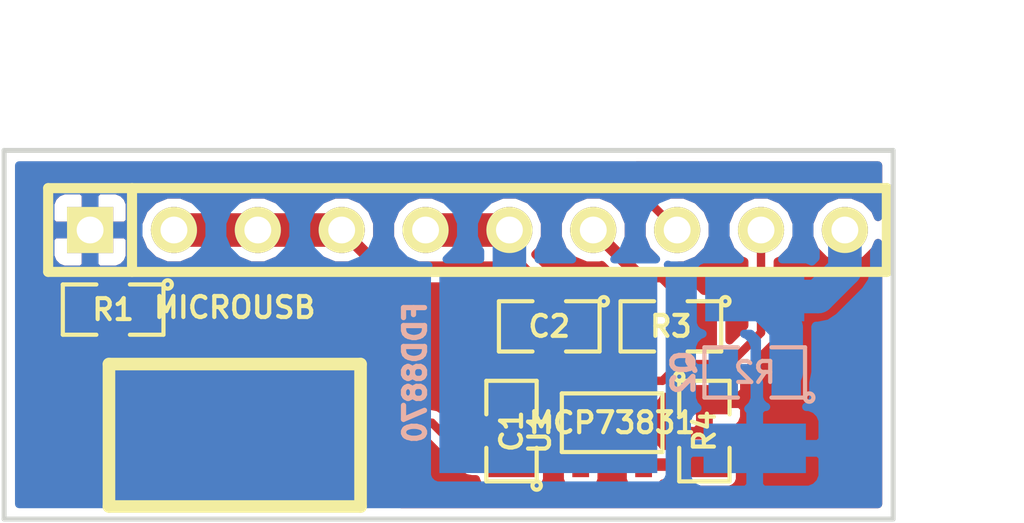
<source format=kicad_pcb>
(kicad_pcb (version 3) (host pcbnew "(2013-feb-26)-stable")

  (general
    (links 23)
    (no_connects 1)
    (area 53.707156 17.323999 157.977476 98.692844)
    (thickness 1.6002)
    (drawings 6)
    (tracks 40)
    (zones 0)
    (modules 10)
    (nets 10)
  )

  (page A4)
  (layers
    (15 F.Cu signal)
    (0 B.Cu signal)
    (16 B.Adhes user hide)
    (17 F.Adhes user hide)
    (18 B.Paste user hide)
    (19 F.Paste user hide)
    (20 B.SilkS user hide)
    (21 F.SilkS user)
    (22 B.Mask user hide)
    (23 F.Mask user)
    (24 Dwgs.User user)
    (25 Cmts.User user hide)
    (26 Eco1.User user hide)
    (27 Eco2.User user hide)
    (28 Edge.Cuts user)
  )

  (setup
    (last_trace_width 0.254)
    (user_trace_width 0.254)
    (user_trace_width 0.381)
    (trace_clearance 0.254)
    (zone_clearance 0.254)
    (zone_45_only yes)
    (trace_min 0.254)
    (segment_width 0.2)
    (edge_width 0.15)
    (via_size 0.889)
    (via_drill 0.635)
    (via_min_size 0.889)
    (via_min_drill 0.508)
    (uvia_size 0.508)
    (uvia_drill 0.127)
    (uvias_allowed no)
    (uvia_min_size 0.508)
    (uvia_min_drill 0.127)
    (pcb_text_width 0.3)
    (pcb_text_size 1 1)
    (mod_edge_width 0.15)
    (mod_text_size 1 1)
    (mod_text_width 0.15)
    (pad_size 0.39878 1.34874)
    (pad_drill 0)
    (pad_to_mask_clearance 0)
    (aux_axis_origin 0 0)
    (visible_elements FFFFFFBF)
    (pcbplotparams
      (layerselection 3178497)
      (usegerberextensions true)
      (excludeedgelayer true)
      (linewidth 152400)
      (plotframeref false)
      (viasonmask false)
      (mode 1)
      (useauxorigin false)
      (hpglpennumber 1)
      (hpglpenspeed 20)
      (hpglpendiameter 15)
      (hpglpenoverlay 2)
      (psnegative false)
      (psa4output false)
      (plotreference true)
      (plotvalue true)
      (plotothertext true)
      (plotinvisibletext false)
      (padsonsilk false)
      (subtractmaskfromsilk false)
      (outputformat 1)
      (mirror false)
      (drillshape 1)
      (scaleselection 1)
      (outputdirectory ""))
  )

  (net 0 "")
  (net 1 /Atomizer+)
  (net 2 /Atomizer-)
  (net 3 /FireLED+)
  (net 4 /Switch-)
  (net 5 /chgLED+)
  (net 6 /chgLED-)
  (net 7 GND)
  (net 8 N-000004)
  (net 9 N-000009)

  (net_class Default "This is the default net class."
    (clearance 0.254)
    (trace_width 0.254)
    (via_dia 0.889)
    (via_drill 0.635)
    (uvia_dia 0.508)
    (uvia_drill 0.127)
    (add_net "")
    (add_net /FireLED+)
    (add_net /chgLED+)
    (add_net /chgLED-)
    (add_net N-000004)
    (add_net N-000009)
  )

  (net_class "Low Power" ""
    (clearance 0.254)
    (trace_width 0.508)
    (via_dia 0.889)
    (via_drill 0.635)
    (uvia_dia 0.508)
    (uvia_drill 0.127)
  )

  (net_class Power ""
    (clearance 0.127)
    (trace_width 1.016)
    (via_dia 0.889)
    (via_drill 0.635)
    (uvia_dia 0.508)
    (uvia_drill 0.127)
    (add_net /Atomizer+)
    (add_net /Atomizer-)
    (add_net /Switch-)
    (add_net GND)
  )

  (module USBmicro (layer F.Cu) (tedit 514DD906) (tstamp 514F5029)
    (at 131.953 79.121)
    (path /512B1101)
    (fp_text reference J1 (at 0 -10.2997) (layer F.SilkS) hide
      (effects (font (size 1.524 1.524) (thickness 0.3048)))
    )
    (fp_text value MICROUSB (at 0 -6.2865) (layer F.SilkS)
      (effects (font (size 0.635 0.635) (thickness 0.127)))
    )
    (fp_line (start -3.81 -4.572) (end -3.81 -0.254) (layer F.SilkS) (width 0.381))
    (fp_line (start 3.81 -4.572) (end 3.81 -0.254) (layer F.SilkS) (width 0.381))
    (fp_line (start 3.81 -4.572) (end -3.81 -4.572) (layer F.SilkS) (width 0.381))
    (fp_line (start -3.81 -0.254) (end 3.81 -0.254) (layer F.SilkS) (width 0.381))
    (pad 3 smd rect (at 0 -4.12496) (size 0.39878 1.34874)
      (layers F.Cu F.Paste F.Mask)
      (clearance 0.12446)
    )
    (pad 5 smd rect (at 1.30048 -4.12496) (size 0.39878 1.34874)
      (layers F.Cu F.Paste F.Mask)
      (net 7 GND)
      (clearance 0.12446)
    )
    (pad 4 smd rect (at 0.65024 -4.12496) (size 0.39878 1.34874)
      (layers F.Cu F.Paste F.Mask)
      (clearance 0.12446)
    )
    (pad 2 smd rect (at -0.65024 -4.12496) (size 0.39878 1.34874)
      (layers F.Cu F.Paste F.Mask)
      (clearance 0.12446)
    )
    (pad 1 smd rect (at -1.30048 -4.12496) (size 0.39878 1.34874)
      (layers F.Cu F.Paste F.Mask)
      (net 9 N-000009)
      (clearance 0.12446)
    )
    (pad X smd rect (at -4.15036 -4.0005) (size 2.10058 1.6002)
      (layers F.Cu F.Paste F.Mask)
    )
    (pad X smd rect (at 4.15036 -4.0005) (size 2.10058 1.6002)
      (layers F.Cu F.Paste F.Mask)
    )
    (pad X smd rect (at -1.19888 -1.45034) (size 1.89992 1.89992)
      (layers F.Cu F.Paste F.Mask)
    )
    (pad X smd rect (at -3.74904 -1.45034) (size 1.89992 1.89992)
      (layers F.Cu F.Paste F.Mask)
    )
    (pad X smd rect (at 1.19888 -1.45034) (size 1.89992 1.89992)
      (layers F.Cu F.Paste F.Mask)
    )
    (pad X smd rect (at 3.74904 -1.45034) (size 1.89992 1.89992)
      (layers F.Cu F.Paste F.Mask)
    )
  )

  (module TO-252_Mosfet (layer B.Cu) (tedit 51506C2A) (tstamp 514F5030)
    (at 147.701 74.803 270)
    (path /513029D7)
    (fp_text reference Q2 (at 0 2.159 270) (layer B.SilkS)
      (effects (font (size 0.635 0.635) (thickness 0.15875)) (justify mirror))
    )
    (fp_text value FDD8870 (at 0 10.287 270) (layer B.SilkS)
      (effects (font (size 0.635 0.635) (thickness 0.15875)) (justify mirror))
    )
    (pad G smd rect (at -2.30124 0 270) (size 1.50114 2.99974)
      (layers B.Cu B.Paste B.Mask)
      (net 4 /Switch-)
    )
    (pad S smd rect (at 2.30124 0 270) (size 1.50114 3.0988)
      (layers B.Cu B.Paste B.Mask)
      (net 7 GND)
    )
    (pad D smd rect (at 0 6.25094 270) (size 6.10108 6.59892)
      (layers B.Cu B.Paste B.Mask)
      (net 2 /Atomizer-)
    )
  )

  (module SM0805 (layer F.Cu) (tedit 42806E04) (tstamp 514F5051)
    (at 145.161 73.406 180)
    (path /5133879A)
    (attr smd)
    (fp_text reference R3 (at 0 0 180) (layer F.SilkS)
      (effects (font (size 0.635 0.635) (thickness 0.127)))
    )
    (fp_text value 330 (at 0 0 180) (layer F.SilkS) hide
      (effects (font (size 0.635 0.635) (thickness 0.127)))
    )
    (fp_circle (center -1.651 0.762) (end -1.651 0.635) (layer F.SilkS) (width 0.127))
    (fp_line (start -0.508 0.762) (end -1.524 0.762) (layer F.SilkS) (width 0.127))
    (fp_line (start -1.524 0.762) (end -1.524 -0.762) (layer F.SilkS) (width 0.127))
    (fp_line (start -1.524 -0.762) (end -0.508 -0.762) (layer F.SilkS) (width 0.127))
    (fp_line (start 0.508 -0.762) (end 1.524 -0.762) (layer F.SilkS) (width 0.127))
    (fp_line (start 1.524 -0.762) (end 1.524 0.762) (layer F.SilkS) (width 0.127))
    (fp_line (start 1.524 0.762) (end 0.508 0.762) (layer F.SilkS) (width 0.127))
    (pad 1 smd rect (at -0.9525 0 180) (size 0.889 1.397)
      (layers F.Cu F.Paste F.Mask)
      (net 3 /FireLED+)
    )
    (pad 2 smd rect (at 0.9525 0 180) (size 0.889 1.397)
      (layers F.Cu F.Paste F.Mask)
      (net 1 /Atomizer+)
    )
    (model smd/chip_cms.wrl
      (at (xyz 0 0 0))
      (scale (xyz 0.1 0.1 0.1))
      (rotate (xyz 0 0 0))
    )
  )

  (module SM0805 (layer B.Cu) (tedit 42806E04) (tstamp 514F505E)
    (at 147.701 74.803 180)
    (path /5131879B)
    (attr smd)
    (fp_text reference R2 (at 0 0 180) (layer B.SilkS)
      (effects (font (size 0.635 0.635) (thickness 0.127)) (justify mirror))
    )
    (fp_text value 10K (at 0 0 180) (layer B.SilkS) hide
      (effects (font (size 0.635 0.635) (thickness 0.127)) (justify mirror))
    )
    (fp_circle (center -1.651 -0.762) (end -1.651 -0.635) (layer B.SilkS) (width 0.127))
    (fp_line (start -0.508 -0.762) (end -1.524 -0.762) (layer B.SilkS) (width 0.127))
    (fp_line (start -1.524 -0.762) (end -1.524 0.762) (layer B.SilkS) (width 0.127))
    (fp_line (start -1.524 0.762) (end -0.508 0.762) (layer B.SilkS) (width 0.127))
    (fp_line (start 0.508 0.762) (end 1.524 0.762) (layer B.SilkS) (width 0.127))
    (fp_line (start 1.524 0.762) (end 1.524 -0.762) (layer B.SilkS) (width 0.127))
    (fp_line (start 1.524 -0.762) (end 0.508 -0.762) (layer B.SilkS) (width 0.127))
    (pad 1 smd rect (at -0.9525 0 180) (size 0.889 1.397)
      (layers B.Cu B.Paste B.Mask)
      (net 4 /Switch-)
    )
    (pad 2 smd rect (at 0.9525 0 180) (size 0.889 1.397)
      (layers B.Cu B.Paste B.Mask)
      (net 7 GND)
    )
    (model smd/chip_cms.wrl
      (at (xyz 0 0 0))
      (scale (xyz 0.1 0.1 0.1))
      (rotate (xyz 0 0 0))
    )
  )

  (module SM0805 (layer F.Cu) (tedit 42806E04) (tstamp 514F519D)
    (at 141.478 73.406 180)
    (path /512B964A)
    (attr smd)
    (fp_text reference C2 (at 0 0 180) (layer F.SilkS)
      (effects (font (size 0.635 0.635) (thickness 0.127)))
    )
    (fp_text value 4.7uF (at 0 0 180) (layer F.SilkS) hide
      (effects (font (size 0.635 0.635) (thickness 0.127)))
    )
    (fp_circle (center -1.651 0.762) (end -1.651 0.635) (layer F.SilkS) (width 0.127))
    (fp_line (start -0.508 0.762) (end -1.524 0.762) (layer F.SilkS) (width 0.127))
    (fp_line (start -1.524 0.762) (end -1.524 -0.762) (layer F.SilkS) (width 0.127))
    (fp_line (start -1.524 -0.762) (end -0.508 -0.762) (layer F.SilkS) (width 0.127))
    (fp_line (start 0.508 -0.762) (end 1.524 -0.762) (layer F.SilkS) (width 0.127))
    (fp_line (start 1.524 -0.762) (end 1.524 0.762) (layer F.SilkS) (width 0.127))
    (fp_line (start 1.524 0.762) (end 0.508 0.762) (layer F.SilkS) (width 0.127))
    (pad 1 smd rect (at -0.9525 0 180) (size 0.889 1.397)
      (layers F.Cu F.Paste F.Mask)
      (net 1 /Atomizer+)
    )
    (pad 2 smd rect (at 0.9525 0 180) (size 0.889 1.397)
      (layers F.Cu F.Paste F.Mask)
      (net 7 GND)
    )
    (model smd/chip_cms.wrl
      (at (xyz 0 0 0))
      (scale (xyz 0.1 0.1 0.1))
      (rotate (xyz 0 0 0))
    )
  )

  (module SM0805 (layer F.Cu) (tedit 42806E04) (tstamp 5157D60F)
    (at 140.335 76.581 90)
    (path /512B9601)
    (attr smd)
    (fp_text reference C1 (at 0 0 90) (layer F.SilkS)
      (effects (font (size 0.635 0.635) (thickness 0.127)))
    )
    (fp_text value 4.7uF (at 0 0 90) (layer F.SilkS) hide
      (effects (font (size 0.635 0.635) (thickness 0.127)))
    )
    (fp_circle (center -1.651 0.762) (end -1.651 0.635) (layer F.SilkS) (width 0.127))
    (fp_line (start -0.508 0.762) (end -1.524 0.762) (layer F.SilkS) (width 0.127))
    (fp_line (start -1.524 0.762) (end -1.524 -0.762) (layer F.SilkS) (width 0.127))
    (fp_line (start -1.524 -0.762) (end -0.508 -0.762) (layer F.SilkS) (width 0.127))
    (fp_line (start 0.508 -0.762) (end 1.524 -0.762) (layer F.SilkS) (width 0.127))
    (fp_line (start 1.524 -0.762) (end 1.524 0.762) (layer F.SilkS) (width 0.127))
    (fp_line (start 1.524 0.762) (end 0.508 0.762) (layer F.SilkS) (width 0.127))
    (pad 1 smd rect (at -0.9525 0 90) (size 0.889 1.397)
      (layers F.Cu F.Paste F.Mask)
      (net 9 N-000009)
    )
    (pad 2 smd rect (at 0.9525 0 90) (size 0.889 1.397)
      (layers F.Cu F.Paste F.Mask)
      (net 7 GND)
    )
    (model smd/chip_cms.wrl
      (at (xyz 0 0 0))
      (scale (xyz 0.1 0.1 0.1))
      (rotate (xyz 0 0 0))
    )
  )

  (module SM0805 (layer F.Cu) (tedit 42806E04) (tstamp 514F518F)
    (at 128.27 72.898 180)
    (path /512B94C6)
    (attr smd)
    (fp_text reference R1 (at 0 0 180) (layer F.SilkS)
      (effects (font (size 0.635 0.635) (thickness 0.127)))
    )
    (fp_text value 330 (at 0 0 180) (layer F.SilkS) hide
      (effects (font (size 0.635 0.635) (thickness 0.127)))
    )
    (fp_circle (center -1.651 0.762) (end -1.651 0.635) (layer F.SilkS) (width 0.127))
    (fp_line (start -0.508 0.762) (end -1.524 0.762) (layer F.SilkS) (width 0.127))
    (fp_line (start -1.524 0.762) (end -1.524 -0.762) (layer F.SilkS) (width 0.127))
    (fp_line (start -1.524 -0.762) (end -0.508 -0.762) (layer F.SilkS) (width 0.127))
    (fp_line (start 0.508 -0.762) (end 1.524 -0.762) (layer F.SilkS) (width 0.127))
    (fp_line (start 1.524 -0.762) (end 1.524 0.762) (layer F.SilkS) (width 0.127))
    (fp_line (start 1.524 0.762) (end 0.508 0.762) (layer F.SilkS) (width 0.127))
    (pad 1 smd rect (at -0.9525 0 180) (size 0.889 1.397)
      (layers F.Cu F.Paste F.Mask)
      (net 9 N-000009)
    )
    (pad 2 smd rect (at 0.9525 0 180) (size 0.889 1.397)
      (layers F.Cu F.Paste F.Mask)
      (net 5 /chgLED+)
    )
    (model smd/chip_cms.wrl
      (at (xyz 0 0 0))
      (scale (xyz 0.1 0.1 0.1))
      (rotate (xyz 0 0 0))
    )
  )

  (module SIL-10 (layer F.Cu) (tedit 51506BE5) (tstamp 514F5098)
    (at 139.0015 70.485)
    (descr "Connecteur 10 pins")
    (tags "CONN DEV")
    (path /512AF536)
    (fp_text reference P1 (at -6.35 -2.54) (layer F.SilkS) hide
      (effects (font (size 1.72974 1.08712) (thickness 0.27178)))
    )
    (fp_text value CONN_10 (at 6.35 -2.54) (layer F.SilkS) hide
      (effects (font (size 1.524 1.016) (thickness 0.254)))
    )
    (fp_line (start -12.7 1.27) (end -12.7 -1.27) (layer F.SilkS) (width 0.3048))
    (fp_line (start -12.7 -1.27) (end 12.7 -1.27) (layer F.SilkS) (width 0.3048))
    (fp_line (start 12.7 -1.27) (end 12.7 1.27) (layer F.SilkS) (width 0.3048))
    (fp_line (start 12.7 1.27) (end -12.7 1.27) (layer F.SilkS) (width 0.3048))
    (fp_line (start -10.16 1.27) (end -10.16 -1.27) (layer F.SilkS) (width 0.3048))
    (pad 1 thru_hole rect (at -11.43 0) (size 1.397 1.397) (drill 0.8128)
      (layers *.Cu *.Mask F.SilkS)
      (net 7 GND)
    )
    (pad 2 thru_hole circle (at -8.89 0) (size 1.397 1.397) (drill 0.8128)
      (layers *.Cu *.Mask F.SilkS)
      (net 1 /Atomizer+)
    )
    (pad 3 thru_hole circle (at -6.35 0) (size 1.397 1.397) (drill 0.8128)
      (layers *.Cu *.Mask F.SilkS)
      (net 1 /Atomizer+)
    )
    (pad 4 thru_hole circle (at -3.81 0) (size 1.397 1.397) (drill 0.8128)
      (layers *.Cu *.Mask F.SilkS)
      (net 1 /Atomizer+)
    )
    (pad 5 thru_hole circle (at -1.27 0) (size 1.397 1.397) (drill 0.8128)
      (layers *.Cu *.Mask F.SilkS)
      (net 2 /Atomizer-)
    )
    (pad 6 thru_hole circle (at 1.27 0) (size 1.397 1.397) (drill 0.8128)
      (layers *.Cu *.Mask F.SilkS)
      (net 2 /Atomizer-)
    )
    (pad 7 thru_hole circle (at 3.81 0) (size 1.397 1.397) (drill 0.8128)
      (layers *.Cu *.Mask F.SilkS)
      (net 3 /FireLED+)
    )
    (pad 8 thru_hole circle (at 6.35 0) (size 1.397 1.397) (drill 0.8128)
      (layers *.Cu *.Mask F.SilkS)
      (net 5 /chgLED+)
    )
    (pad 9 thru_hole circle (at 8.89 0) (size 1.397 1.397) (drill 0.8128)
      (layers *.Cu *.Mask F.SilkS)
      (net 6 /chgLED-)
    )
    (pad 10 thru_hole circle (at 11.43 0) (size 1.397 1.397) (drill 0.8128)
      (layers *.Cu *.Mask F.SilkS)
      (net 4 /Switch-)
    )
  )

  (module SOT23-5 (layer F.Cu) (tedit 4ECF78EF) (tstamp 5157D61D)
    (at 143.383 76.327 180)
    (path /5151B767)
    (clearance 0.127)
    (attr smd)
    (fp_text reference U1 (at 2.19964 -0.29972 270) (layer F.SilkS)
      (effects (font (size 0.635 0.635) (thickness 0.127)))
    )
    (fp_text value MCP73831 (at 0 0 180) (layer F.SilkS)
      (effects (font (size 0.635 0.635) (thickness 0.127)))
    )
    (fp_line (start 1.524 -0.889) (end 1.524 0.889) (layer F.SilkS) (width 0.127))
    (fp_line (start 1.524 0.889) (end -1.524 0.889) (layer F.SilkS) (width 0.127))
    (fp_line (start -1.524 0.889) (end -1.524 -0.889) (layer F.SilkS) (width 0.127))
    (fp_line (start -1.524 -0.889) (end 1.524 -0.889) (layer F.SilkS) (width 0.127))
    (pad 1 smd rect (at -0.9525 1.27 180) (size 0.508 0.762)
      (layers F.Cu F.Paste F.Mask)
      (net 6 /chgLED-)
    )
    (pad 3 smd rect (at 0.9525 1.27 180) (size 0.508 0.762)
      (layers F.Cu F.Paste F.Mask)
      (net 1 /Atomizer+)
    )
    (pad 5 smd rect (at -0.9525 -1.27 180) (size 0.508 0.762)
      (layers F.Cu F.Paste F.Mask)
      (net 8 N-000004)
    )
    (pad 2 smd rect (at 0 1.27 180) (size 0.508 0.762)
      (layers F.Cu F.Paste F.Mask)
      (net 7 GND)
    )
    (pad 4 smd rect (at 0.9525 -1.27 180) (size 0.508 0.762)
      (layers F.Cu F.Paste F.Mask)
      (net 9 N-000009)
    )
    (model smd/SOT23_5.wrl
      (at (xyz 0 0 0))
      (scale (xyz 0.1 0.1 0.1))
      (rotate (xyz 0 0 0))
    )
  )

  (module SM0805 (layer F.Cu) (tedit 42806E04) (tstamp 5151C49F)
    (at 146.177 76.581 270)
    (path /5151C561)
    (attr smd)
    (fp_text reference R4 (at 0 0 270) (layer F.SilkS)
      (effects (font (size 0.635 0.635) (thickness 0.127)))
    )
    (fp_text value 2K (at 0 0 270) (layer F.SilkS) hide
      (effects (font (size 0.635 0.635) (thickness 0.127)))
    )
    (fp_circle (center -1.651 0.762) (end -1.651 0.635) (layer F.SilkS) (width 0.127))
    (fp_line (start -0.508 0.762) (end -1.524 0.762) (layer F.SilkS) (width 0.127))
    (fp_line (start -1.524 0.762) (end -1.524 -0.762) (layer F.SilkS) (width 0.127))
    (fp_line (start -1.524 -0.762) (end -0.508 -0.762) (layer F.SilkS) (width 0.127))
    (fp_line (start 0.508 -0.762) (end 1.524 -0.762) (layer F.SilkS) (width 0.127))
    (fp_line (start 1.524 -0.762) (end 1.524 0.762) (layer F.SilkS) (width 0.127))
    (fp_line (start 1.524 0.762) (end 0.508 0.762) (layer F.SilkS) (width 0.127))
    (pad 1 smd rect (at -0.9525 0 270) (size 0.889 1.397)
      (layers F.Cu F.Paste F.Mask)
      (net 7 GND)
    )
    (pad 2 smd rect (at 0.9525 0 270) (size 0.889 1.397)
      (layers F.Cu F.Paste F.Mask)
      (net 8 N-000004)
    )
    (model smd/chip_cms.wrl
      (at (xyz 0 0 0))
      (scale (xyz 0.1 0.1 0.1))
      (rotate (xyz 0 0 0))
    )
  )

  (dimension 26.924 (width 0.25) (layer Dwgs.User)
    (gr_text "1.0600 in" (at 138.43 64.786001) (layer Dwgs.User)
      (effects (font (size 1 1) (thickness 0.25)))
    )
    (feature1 (pts (xy 151.892 68.072) (xy 151.892 63.786001)))
    (feature2 (pts (xy 124.968 68.072) (xy 124.968 63.786001)))
    (crossbar (pts (xy 124.968 65.786001) (xy 151.892 65.786001)))
    (arrow1a (pts (xy 151.892 65.786001) (xy 150.765497 66.372421)))
    (arrow1b (pts (xy 151.892 65.786001) (xy 150.765497 65.199581)))
    (arrow2a (pts (xy 124.968 65.786001) (xy 126.094503 66.372421)))
    (arrow2b (pts (xy 124.968 65.786001) (xy 126.094503 65.199581)))
  )
  (dimension 11.176 (width 0.25) (layer Dwgs.User)
    (gr_text "0.4400 in" (at 154.161999 73.66 270) (layer Dwgs.User)
      (effects (font (size 1 1) (thickness 0.25)))
    )
    (feature1 (pts (xy 151.892 79.248) (xy 155.161999 79.248)))
    (feature2 (pts (xy 151.892 68.072) (xy 155.161999 68.072)))
    (crossbar (pts (xy 153.161999 68.072) (xy 153.161999 79.248)))
    (arrow1a (pts (xy 153.161999 79.248) (xy 152.575579 78.121497)))
    (arrow1b (pts (xy 153.161999 79.248) (xy 153.748419 78.121497)))
    (arrow2a (pts (xy 153.161999 68.072) (xy 152.575579 69.198503)))
    (arrow2b (pts (xy 153.161999 68.072) (xy 153.748419 69.198503)))
  )
  (gr_line (start 151.892 79.248) (end 124.968 79.248) (angle 90) (layer Edge.Cuts) (width 0.15))
  (gr_line (start 151.892 68.072) (end 151.892 79.248) (angle 90) (layer Edge.Cuts) (width 0.15))
  (gr_line (start 124.968 68.072) (end 151.892 68.072) (angle 90) (layer Edge.Cuts) (width 0.15))
  (gr_line (start 124.968 79.248) (end 124.968 68.072) (angle 90) (layer Edge.Cuts) (width 0.15))

  (segment (start 142.4305 73.406) (end 144.2085 73.406) (width 0.381) (layer F.Cu) (net 1))
  (segment (start 142.4305 75.057) (end 142.4305 73.406) (width 0.381) (layer F.Cu) (net 1))
  (segment (start 142.4305 73.406) (end 140.6525 71.628) (width 0.381) (layer F.Cu) (net 1) (tstamp 5157D653))
  (segment (start 140.6525 71.628) (end 136.3345 71.628) (width 0.381) (layer F.Cu) (net 1) (tstamp 5157D654))
  (segment (start 136.3345 71.628) (end 135.1915 70.485) (width 0.381) (layer F.Cu) (net 1) (tstamp 5157D656))
  (segment (start 130.1115 70.485) (end 132.6515 70.485) (width 1.016) (layer F.Cu) (net 1) (status 30))
  (segment (start 132.6515 70.485) (end 135.1915 70.485) (width 1.016) (layer F.Cu) (net 1) (tstamp 514F5329) (status 30))
  (segment (start 140.2715 70.485) (end 140.2715 73.62444) (width 1.016) (layer B.Cu) (net 2))
  (segment (start 140.2715 73.62444) (end 141.45006 74.803) (width 1.016) (layer B.Cu) (net 2) (tstamp 5157D8C8))
  (segment (start 137.7315 70.485) (end 138.938 70.485) (width 1.016) (layer F.Cu) (net 2) (status 30))
  (segment (start 138.938 70.485) (end 140.2715 70.485) (width 1.016) (layer F.Cu) (net 2) (tstamp 51505AAB) (status 30))
  (segment (start 146.1135 73.406) (end 146.1135 73.0885) (width 0.381) (layer F.Cu) (net 3))
  (segment (start 144.2085 71.882) (end 142.8115 70.485) (width 0.381) (layer F.Cu) (net 3) (tstamp 5157D667))
  (segment (start 144.907 71.882) (end 144.2085 71.882) (width 0.381) (layer F.Cu) (net 3) (tstamp 5157D666))
  (segment (start 146.1135 73.0885) (end 144.907 71.882) (width 0.381) (layer F.Cu) (net 3) (tstamp 5157D665))
  (segment (start 148.6535 74.803) (end 148.6535 73.45426) (width 1.016) (layer B.Cu) (net 4))
  (segment (start 148.6535 73.45426) (end 147.701 72.50176) (width 1.016) (layer B.Cu) (net 4) (tstamp 5157D8D3))
  (segment (start 150.4315 70.485) (end 150.4315 71.6915) (width 1.016) (layer B.Cu) (net 4))
  (segment (start 149.62124 72.50176) (end 147.701 72.50176) (width 1.016) (layer B.Cu) (net 4) (tstamp 5157D8D0))
  (segment (start 150.4315 71.6915) (end 149.62124 72.50176) (width 1.016) (layer B.Cu) (net 4) (tstamp 5157D8CD))
  (segment (start 127.3175 72.898) (end 126.619 72.898) (width 0.254) (layer F.Cu) (net 5))
  (segment (start 143.5735 68.707) (end 145.3515 70.485) (width 0.254) (layer F.Cu) (net 5) (tstamp 5157D4EF))
  (segment (start 126.492 68.707) (end 143.5735 68.707) (width 0.254) (layer F.Cu) (net 5) (tstamp 5157D4EA))
  (segment (start 125.603 69.596) (end 126.492 68.707) (width 0.254) (layer F.Cu) (net 5) (tstamp 5157D4E8))
  (segment (start 125.603 71.882) (end 125.603 69.596) (width 0.254) (layer F.Cu) (net 5) (tstamp 5157D4E4))
  (segment (start 126.619 72.898) (end 125.603 71.882) (width 0.254) (layer F.Cu) (net 5) (tstamp 5157D4DF))
  (segment (start 144.3355 75.057) (end 144.907 75.057) (width 0.254) (layer F.Cu) (net 6))
  (segment (start 147.8915 73.5965) (end 147.8915 70.485) (width 0.254) (layer F.Cu) (net 6) (tstamp 5157D710))
  (segment (start 146.939 74.549) (end 147.8915 73.5965) (width 0.254) (layer F.Cu) (net 6) (tstamp 5157D70F))
  (segment (start 145.415 74.549) (end 146.939 74.549) (width 0.254) (layer F.Cu) (net 6) (tstamp 5157D70E))
  (segment (start 144.907 75.057) (end 145.415 74.549) (width 0.254) (layer F.Cu) (net 6) (tstamp 5157D709))
  (segment (start 144.3355 77.597) (end 146.1135 77.597) (width 0.381) (layer F.Cu) (net 8))
  (segment (start 146.1135 77.597) (end 146.177 77.5335) (width 0.381) (layer F.Cu) (net 8) (tstamp 5157D66A))
  (segment (start 130.65252 74.99604) (end 130.65252 74.32802) (width 0.254) (layer F.Cu) (net 9))
  (segment (start 130.65252 74.32802) (end 129.2225 72.898) (width 0.254) (layer F.Cu) (net 9) (tstamp 5157D83F))
  (segment (start 130.65252 74.99604) (end 130.65252 75.91552) (width 0.254) (layer F.Cu) (net 9))
  (segment (start 139.1285 77.5335) (end 140.335 77.5335) (width 0.254) (layer F.Cu) (net 9) (tstamp 5157D83B))
  (segment (start 137.922 76.327) (end 139.1285 77.5335) (width 0.254) (layer F.Cu) (net 9) (tstamp 5157D838))
  (segment (start 131.064 76.327) (end 137.922 76.327) (width 0.254) (layer F.Cu) (net 9) (tstamp 5157D833))
  (segment (start 130.65252 75.91552) (end 131.064 76.327) (width 0.254) (layer F.Cu) (net 9) (tstamp 5157D830))

  (zone (net 7) (net_name GND) (layer F.Cu) (tstamp 5150476D) (hatch edge 0.508)
    (connect_pads (clearance 0.254))
    (min_thickness 0.254)
    (fill (arc_segments 16) (thermal_gap 0.381) (thermal_bridge_width 0.508))
    (polygon
      (pts
        (xy 151.638 78.994) (xy 125.222 78.994) (xy 125.222 68.326) (xy 151.638 68.326)
      )
    )
    (filled_polygon
      (pts
        (xy 151.436 78.792) (xy 147.383588 78.792) (xy 147.383588 76.173604) (xy 147.3835 75.8825) (xy 147.2565 75.7555)
        (xy 146.304 75.7555) (xy 146.304 76.454) (xy 146.431 76.581) (xy 146.774896 76.581088) (xy 146.976991 76.580912)
        (xy 147.163635 76.50341) (xy 147.306413 76.360383) (xy 147.383588 76.173604) (xy 147.383588 78.792) (xy 147.256566 78.792)
        (xy 147.256566 77.902547) (xy 147.256566 77.013547) (xy 147.198684 76.873463) (xy 147.091601 76.766192) (xy 146.951618 76.708066)
        (xy 146.800047 76.707934) (xy 146.05 76.707934) (xy 146.05 76.454) (xy 146.05 75.7555) (xy 145.0975 75.7555)
        (xy 144.9705 75.8825) (xy 144.970412 76.173604) (xy 145.047587 76.360383) (xy 145.190365 76.50341) (xy 145.377009 76.580912)
        (xy 145.579104 76.581088) (xy 145.923 76.581) (xy 146.05 76.454) (xy 146.05 76.707934) (xy 145.403047 76.707934)
        (xy 145.262963 76.765816) (xy 145.155692 76.872899) (xy 145.097566 77.012882) (xy 145.097555 77.0255) (xy 144.923029 77.0255)
        (xy 144.912684 77.000463) (xy 144.805601 76.893192) (xy 144.665618 76.835066) (xy 144.514047 76.834934) (xy 144.006047 76.834934)
        (xy 143.865963 76.892816) (xy 143.758692 76.999899) (xy 143.700566 77.139882) (xy 143.700434 77.291453) (xy 143.700434 78.053453)
        (xy 143.758316 78.193537) (xy 143.865399 78.300808) (xy 144.005382 78.358934) (xy 144.156953 78.359066) (xy 144.664953 78.359066)
        (xy 144.805037 78.301184) (xy 144.912308 78.194101) (xy 144.922938 78.1685) (xy 145.14497 78.1685) (xy 145.155316 78.193537)
        (xy 145.262399 78.300808) (xy 145.402382 78.358934) (xy 145.553953 78.359066) (xy 146.950953 78.359066) (xy 147.091037 78.301184)
        (xy 147.198308 78.194101) (xy 147.256434 78.054118) (xy 147.256566 77.902547) (xy 147.256566 78.792) (xy 143.065566 78.792)
        (xy 143.065566 77.902547) (xy 143.065566 77.140547) (xy 143.007684 77.000463) (xy 142.900601 76.893192) (xy 142.760618 76.835066)
        (xy 142.609047 76.834934) (xy 142.101047 76.834934) (xy 141.960963 76.892816) (xy 141.853692 76.999899) (xy 141.795566 77.139882)
        (xy 141.795434 77.291453) (xy 141.795434 78.053453) (xy 141.853316 78.193537) (xy 141.960399 78.300808) (xy 142.100382 78.358934)
        (xy 142.251953 78.359066) (xy 142.759953 78.359066) (xy 142.900037 78.301184) (xy 143.007308 78.194101) (xy 143.065434 78.054118)
        (xy 143.065566 77.902547) (xy 143.065566 78.792) (xy 141.541588 78.792) (xy 141.541588 76.173604) (xy 141.541588 75.083396)
        (xy 141.478088 74.929713) (xy 141.478088 74.003896) (xy 141.478 73.66) (xy 141.351 73.533) (xy 140.6525 73.533)
        (xy 140.6525 74.4855) (xy 140.7795 74.6125) (xy 141.070604 74.612588) (xy 141.257383 74.535413) (xy 141.40041 74.392635)
        (xy 141.477912 74.205991) (xy 141.478088 74.003896) (xy 141.478088 74.929713) (xy 141.464413 74.896617) (xy 141.321635 74.75359)
        (xy 141.134991 74.676088) (xy 140.932896 74.675912) (xy 140.589 74.676) (xy 140.462 74.803) (xy 140.462 75.5015)
        (xy 141.4145 75.5015) (xy 141.5415 75.3745) (xy 141.541588 75.083396) (xy 141.541588 76.173604) (xy 141.5415 75.8825)
        (xy 141.4145 75.7555) (xy 140.462 75.7555) (xy 140.462 76.454) (xy 140.589 76.581) (xy 140.932896 76.581088)
        (xy 141.134991 76.580912) (xy 141.321635 76.50341) (xy 141.464413 76.360383) (xy 141.541588 76.173604) (xy 141.541588 78.792)
        (xy 136.993377 78.792) (xy 137.032934 78.696738) (xy 137.033066 78.545167) (xy 137.033066 76.835) (xy 137.711579 76.835)
        (xy 138.769289 77.89271) (xy 138.76929 77.89271) (xy 138.87941 77.96629) (xy 138.934096 78.00283) (xy 138.934097 78.002831)
        (xy 139.1285 78.0415) (xy 139.255434 78.0415) (xy 139.255434 78.053453) (xy 139.313316 78.193537) (xy 139.420399 78.300808)
        (xy 139.560382 78.358934) (xy 139.711953 78.359066) (xy 141.108953 78.359066) (xy 141.249037 78.301184) (xy 141.356308 78.194101)
        (xy 141.414434 78.054118) (xy 141.414566 77.902547) (xy 141.414566 77.013547) (xy 141.356684 76.873463) (xy 141.249601 76.766192)
        (xy 141.109618 76.708066) (xy 140.958047 76.707934) (xy 140.3985 76.707934) (xy 140.3985 74.4855) (xy 140.3985 73.533)
        (xy 139.7 73.533) (xy 139.573 73.66) (xy 139.572912 74.003896) (xy 139.573088 74.205991) (xy 139.65059 74.392635)
        (xy 139.793617 74.535413) (xy 139.980396 74.612588) (xy 140.2715 74.6125) (xy 140.3985 74.4855) (xy 140.3985 76.707934)
        (xy 140.208 76.707934) (xy 140.208 76.454) (xy 140.208 75.7555) (xy 140.208 75.5015) (xy 140.208 74.803)
        (xy 140.081 74.676) (xy 139.737104 74.675912) (xy 139.535009 74.676088) (xy 139.348365 74.75359) (xy 139.205587 74.896617)
        (xy 139.128412 75.083396) (xy 139.1285 75.3745) (xy 139.2555 75.5015) (xy 140.208 75.5015) (xy 140.208 75.7555)
        (xy 139.2555 75.7555) (xy 139.1285 75.8825) (xy 139.128412 76.173604) (xy 139.205587 76.360383) (xy 139.348365 76.50341)
        (xy 139.535009 76.580912) (xy 139.737104 76.581088) (xy 140.081 76.581) (xy 140.208 76.454) (xy 140.208 76.707934)
        (xy 139.561047 76.707934) (xy 139.420963 76.765816) (xy 139.313692 76.872899) (xy 139.27632 76.962899) (xy 138.28121 75.96779)
        (xy 138.116403 75.857669) (xy 137.922 75.819) (xy 137.534716 75.819) (xy 137.534716 74.244947) (xy 137.476834 74.104863)
        (xy 137.369751 73.997592) (xy 137.229768 73.939466) (xy 137.078197 73.939334) (xy 134.977617 73.939334) (xy 134.837533 73.997216)
        (xy 134.730262 74.104299) (xy 134.672136 74.244282) (xy 134.672004 74.395853) (xy 134.672004 75.819) (xy 133.941224 75.819)
        (xy 133.960782 75.771901) (xy 133.960958 75.569806) (xy 133.960958 74.422274) (xy 133.960782 74.220179) (xy 133.88328 74.033535)
        (xy 133.740253 73.890757) (xy 133.553474 73.813582) (xy 133.480175 73.81367) (xy 133.353175 73.94067) (xy 133.353175 74.86904)
        (xy 133.83387 74.86904) (xy 133.96087 74.74204) (xy 133.960958 74.422274) (xy 133.960958 75.569806) (xy 133.96087 75.25004)
        (xy 133.83387 75.12304) (xy 133.353175 75.12304) (xy 133.353175 75.14304) (xy 133.183696 75.14304) (xy 133.183696 74.246217)
        (xy 133.153785 74.173827) (xy 133.153785 73.94067) (xy 133.026785 73.81367) (xy 132.953486 73.813582) (xy 132.766707 73.890757)
        (xy 132.716773 73.940604) (xy 132.328397 73.940604) (xy 132.27817 73.961357) (xy 132.228508 73.940736) (xy 132.076937 73.940604)
        (xy 131.678157 73.940604) (xy 131.62793 73.961357) (xy 131.578268 73.940736) (xy 131.426697 73.940604) (xy 131.027917 73.940604)
        (xy 130.996504 73.953583) (xy 130.048066 73.005145) (xy 130.048066 72.124047) (xy 129.990184 71.983963) (xy 129.883101 71.876692)
        (xy 129.743118 71.818566) (xy 129.591547 71.818434) (xy 128.778088 71.818434) (xy 128.778088 71.082896) (xy 128.778088 69.887104)
        (xy 128.777912 69.685009) (xy 128.70041 69.498365) (xy 128.557383 69.355587) (xy 128.370604 69.278412) (xy 127.8255 69.2785)
        (xy 127.6985 69.4055) (xy 127.6985 70.358) (xy 128.651 70.358) (xy 128.778 70.231) (xy 128.778088 69.887104)
        (xy 128.778088 71.082896) (xy 128.778 70.739) (xy 128.651 70.612) (xy 127.6985 70.612) (xy 127.6985 71.5645)
        (xy 127.8255 71.6915) (xy 128.370604 71.691588) (xy 128.557383 71.614413) (xy 128.70041 71.471635) (xy 128.777912 71.284991)
        (xy 128.778088 71.082896) (xy 128.778088 71.818434) (xy 128.702547 71.818434) (xy 128.562463 71.876316) (xy 128.455192 71.983399)
        (xy 128.397066 72.123382) (xy 128.396934 72.274953) (xy 128.396934 73.671953) (xy 128.454816 73.812037) (xy 128.561899 73.919308)
        (xy 128.610126 73.939334) (xy 127.92998 73.939334) (xy 127.977537 73.919684) (xy 128.084808 73.812601) (xy 128.142934 73.672618)
        (xy 128.143066 73.521047) (xy 128.143066 72.124047) (xy 128.085184 71.983963) (xy 127.978101 71.876692) (xy 127.838118 71.818566)
        (xy 127.686547 71.818434) (xy 127.4445 71.818434) (xy 127.4445 71.5645) (xy 127.4445 70.612) (xy 127.4445 70.358)
        (xy 127.4445 69.4055) (xy 127.3175 69.2785) (xy 126.772396 69.278412) (xy 126.585617 69.355587) (xy 126.44259 69.498365)
        (xy 126.365088 69.685009) (xy 126.364912 69.887104) (xy 126.365 70.231) (xy 126.492 70.358) (xy 127.4445 70.358)
        (xy 127.4445 70.612) (xy 126.492 70.612) (xy 126.365 70.739) (xy 126.364912 71.082896) (xy 126.365088 71.284991)
        (xy 126.44259 71.471635) (xy 126.585617 71.614413) (xy 126.772396 71.691588) (xy 127.3175 71.6915) (xy 127.4445 71.5645)
        (xy 127.4445 71.818434) (xy 126.797547 71.818434) (xy 126.657463 71.876316) (xy 126.550192 71.983399) (xy 126.51282 72.073399)
        (xy 126.111 71.671579) (xy 126.111 69.80642) (xy 126.70242 69.215) (xy 143.363079 69.215) (xy 144.314797 70.166717)
        (xy 144.272188 70.269332) (xy 144.271814 70.698784) (xy 144.435811 71.095688) (xy 144.650248 71.3105) (xy 144.445223 71.3105)
        (xy 143.874551 70.739827) (xy 143.890812 70.700668) (xy 143.891186 70.271216) (xy 143.727189 69.874312) (xy 143.423786 69.570379)
        (xy 143.027168 69.405688) (xy 142.597716 69.405314) (xy 142.200812 69.569311) (xy 141.896879 69.872714) (xy 141.732188 70.269332)
        (xy 141.731814 70.698784) (xy 141.895811 71.095688) (xy 142.199214 71.399621) (xy 142.595832 71.564312) (xy 143.025284 71.564686)
        (xy 143.066098 71.547821) (xy 143.804385 72.286108) (xy 143.804388 72.286112) (xy 143.864734 72.326434) (xy 143.688547 72.326434)
        (xy 143.548463 72.384316) (xy 143.441192 72.491399) (xy 143.383066 72.631382) (xy 143.382934 72.782953) (xy 143.382934 72.8345)
        (xy 143.256066 72.8345) (xy 143.256066 72.632047) (xy 143.198184 72.491963) (xy 143.091101 72.384692) (xy 142.951118 72.326566)
        (xy 142.799547 72.326434) (xy 142.159157 72.326434) (xy 141.057953 71.225229) (xy 141.186121 71.097286) (xy 141.350812 70.700668)
        (xy 141.351186 70.271216) (xy 141.187189 69.874312) (xy 140.883786 69.570379) (xy 140.487168 69.405688) (xy 140.057716 69.405314)
        (xy 139.660812 69.569311) (xy 139.634076 69.596) (xy 138.938 69.596) (xy 138.369362 69.596) (xy 138.343786 69.570379)
        (xy 137.947168 69.405688) (xy 137.517716 69.405314) (xy 137.120812 69.569311) (xy 136.816879 69.872714) (xy 136.652188 70.269332)
        (xy 136.651814 70.698784) (xy 136.799618 71.0565) (xy 136.571223 71.0565) (xy 136.254551 70.739827) (xy 136.270812 70.700668)
        (xy 136.271186 70.271216) (xy 136.107189 69.874312) (xy 135.803786 69.570379) (xy 135.407168 69.405688) (xy 134.977716 69.405314)
        (xy 134.580812 69.569311) (xy 134.554076 69.596) (xy 133.289362 69.596) (xy 133.263786 69.570379) (xy 132.867168 69.405688)
        (xy 132.437716 69.405314) (xy 132.040812 69.569311) (xy 132.014076 69.596) (xy 130.749362 69.596) (xy 130.723786 69.570379)
        (xy 130.327168 69.405688) (xy 129.897716 69.405314) (xy 129.500812 69.569311) (xy 129.196879 69.872714) (xy 129.032188 70.269332)
        (xy 129.031814 70.698784) (xy 129.195811 71.095688) (xy 129.499214 71.399621) (xy 129.895832 71.564312) (xy 130.325284 71.564686)
        (xy 130.722188 71.400689) (xy 130.748923 71.374) (xy 132.013637 71.374) (xy 132.039214 71.399621) (xy 132.435832 71.564312)
        (xy 132.865284 71.564686) (xy 133.262188 71.400689) (xy 133.288923 71.374) (xy 134.553637 71.374) (xy 134.579214 71.399621)
        (xy 134.975832 71.564312) (xy 135.405284 71.564686) (xy 135.446098 71.547821) (xy 135.930385 72.032108) (xy 135.930388 72.032112)
        (xy 136.115796 72.155997) (xy 136.115797 72.155997) (xy 136.152082 72.163214) (xy 136.3345 72.199501) (xy 136.3345 72.1995)
        (xy 136.334505 72.1995) (xy 139.980183 72.1995) (xy 139.793617 72.276587) (xy 139.65059 72.419365) (xy 139.573088 72.606009)
        (xy 139.572912 72.808104) (xy 139.573 73.152) (xy 139.7 73.279) (xy 140.3985 73.279) (xy 140.3985 73.259)
        (xy 140.6525 73.259) (xy 140.6525 73.279) (xy 141.351 73.279) (xy 141.423138 73.206861) (xy 141.604934 73.388657)
        (xy 141.604934 74.179953) (xy 141.662816 74.320037) (xy 141.769899 74.427308) (xy 141.852911 74.461777) (xy 141.795566 74.599882)
        (xy 141.795434 74.751453) (xy 141.795434 75.513453) (xy 141.853316 75.653537) (xy 141.960399 75.760808) (xy 142.100382 75.818934)
        (xy 142.251953 75.819066) (xy 142.759953 75.819066) (xy 142.782394 75.809793) (xy 142.841617 75.868913) (xy 143.028396 75.946088)
        (xy 143.129 75.946) (xy 143.256 75.819) (xy 143.256 75.184) (xy 143.236 75.184) (xy 143.236 74.93)
        (xy 143.256 74.93) (xy 143.256 74.91) (xy 143.51 74.91) (xy 143.51 74.93) (xy 143.53 74.93)
        (xy 143.53 75.184) (xy 143.51 75.184) (xy 143.51 75.819) (xy 143.637 75.946) (xy 143.737604 75.946088)
        (xy 143.924383 75.868913) (xy 143.983536 75.809862) (xy 144.005382 75.818934) (xy 144.156953 75.819066) (xy 144.664953 75.819066)
        (xy 144.805037 75.761184) (xy 144.912308 75.654101) (xy 144.953114 75.555827) (xy 145.101403 75.526331) (xy 145.138565 75.5015)
        (xy 146.05 75.5015) (xy 146.05 75.4815) (xy 146.304 75.4815) (xy 146.304 75.5015) (xy 147.2565 75.5015)
        (xy 147.3835 75.3745) (xy 147.383588 75.083396) (xy 147.307404 74.899015) (xy 148.25071 73.955711) (xy 148.25071 73.95571)
        (xy 148.360831 73.790904) (xy 148.360831 73.790903) (xy 148.367246 73.75865) (xy 148.399499 73.5965) (xy 148.3995 73.5965)
        (xy 148.3995 71.443118) (xy 148.502188 71.400689) (xy 148.806121 71.097286) (xy 148.970812 70.700668) (xy 148.971186 70.271216)
        (xy 148.807189 69.874312) (xy 148.503786 69.570379) (xy 148.107168 69.405688) (xy 147.677716 69.405314) (xy 147.280812 69.569311)
        (xy 146.976879 69.872714) (xy 146.812188 70.269332) (xy 146.811814 70.698784) (xy 146.975811 71.095688) (xy 147.279214 71.399621)
        (xy 147.3835 71.442924) (xy 147.3835 73.386079) (xy 146.939066 73.830513) (xy 146.939066 72.632047) (xy 146.881184 72.491963)
        (xy 146.774101 72.384692) (xy 146.634118 72.326566) (xy 146.482547 72.326434) (xy 146.159657 72.326434) (xy 145.397764 71.56454)
        (xy 145.565284 71.564686) (xy 145.962188 71.400689) (xy 146.266121 71.097286) (xy 146.430812 70.700668) (xy 146.431186 70.271216)
        (xy 146.267189 69.874312) (xy 145.963786 69.570379) (xy 145.567168 69.405688) (xy 145.137716 69.405314) (xy 145.033355 69.448434)
        (xy 144.11292 68.528) (xy 151.436 68.528) (xy 151.436 70.089251) (xy 151.347189 69.874312) (xy 151.043786 69.570379)
        (xy 150.647168 69.405688) (xy 150.217716 69.405314) (xy 149.820812 69.569311) (xy 149.516879 69.872714) (xy 149.352188 70.269332)
        (xy 149.351814 70.698784) (xy 149.515811 71.095688) (xy 149.819214 71.399621) (xy 150.215832 71.564312) (xy 150.645284 71.564686)
        (xy 151.042188 71.400689) (xy 151.346121 71.097286) (xy 151.436 70.880834) (xy 151.436 78.792)
      )
    )
  )
  (zone (net 7) (net_name GND) (layer B.Cu) (tstamp 5150476D) (hatch edge 0.508)
    (connect_pads (clearance 0.254))
    (min_thickness 0.254)
    (fill (arc_segments 16) (thermal_gap 0.381) (thermal_bridge_width 0.508))
    (polygon
      (pts
        (xy 151.638 78.994) (xy 125.222 78.994) (xy 125.222 68.326) (xy 151.638 68.326)
      )
    )
    (filled_polygon
      (pts
        (xy 151.436 78.792) (xy 149.758488 78.792) (xy 149.758488 77.955414) (xy 149.7584 77.35824) (xy 149.6314 77.23124)
        (xy 147.828 77.23124) (xy 147.828 78.23581) (xy 147.955 78.36281) (xy 149.149796 78.362898) (xy 149.351891 78.362722)
        (xy 149.538535 78.28522) (xy 149.681313 78.142193) (xy 149.758488 77.955414) (xy 149.758488 78.792) (xy 147.701088 78.792)
        (xy 147.701088 75.400896) (xy 147.701 75.057) (xy 147.574 74.93) (xy 146.8755 74.93) (xy 146.8755 74.95)
        (xy 146.6215 74.95) (xy 146.6215 74.93) (xy 145.923 74.93) (xy 145.796 75.057) (xy 145.795912 75.400896)
        (xy 145.796088 75.602991) (xy 145.87359 75.789635) (xy 145.96515 75.881036) (xy 145.863465 75.92326) (xy 145.720687 76.066287)
        (xy 145.643512 76.253066) (xy 145.6436 76.85024) (xy 145.7706 76.97724) (xy 147.574 76.97724) (xy 147.574 75.97267)
        (xy 147.507086 75.905756) (xy 147.62341 75.789635) (xy 147.700912 75.602991) (xy 147.701088 75.400896) (xy 147.701088 78.792)
        (xy 147.574 78.792) (xy 147.574 78.23581) (xy 147.574 77.23124) (xy 145.7706 77.23124) (xy 145.6436 77.35824)
        (xy 145.643512 77.955414) (xy 145.720687 78.142193) (xy 145.863465 78.28522) (xy 146.050109 78.362722) (xy 146.252204 78.362898)
        (xy 147.447 78.36281) (xy 147.574 78.23581) (xy 147.574 78.792) (xy 136.271186 78.792) (xy 136.271186 70.271216)
        (xy 136.107189 69.874312) (xy 135.803786 69.570379) (xy 135.407168 69.405688) (xy 134.977716 69.405314) (xy 134.580812 69.569311)
        (xy 134.276879 69.872714) (xy 134.112188 70.269332) (xy 134.111814 70.698784) (xy 134.275811 71.095688) (xy 134.579214 71.399621)
        (xy 134.975832 71.564312) (xy 135.405284 71.564686) (xy 135.802188 71.400689) (xy 136.106121 71.097286) (xy 136.270812 70.700668)
        (xy 136.271186 70.271216) (xy 136.271186 78.792) (xy 133.731186 78.792) (xy 133.731186 70.271216) (xy 133.567189 69.874312)
        (xy 133.263786 69.570379) (xy 132.867168 69.405688) (xy 132.437716 69.405314) (xy 132.040812 69.569311) (xy 131.736879 69.872714)
        (xy 131.572188 70.269332) (xy 131.571814 70.698784) (xy 131.735811 71.095688) (xy 132.039214 71.399621) (xy 132.435832 71.564312)
        (xy 132.865284 71.564686) (xy 133.262188 71.400689) (xy 133.566121 71.097286) (xy 133.730812 70.700668) (xy 133.731186 70.271216)
        (xy 133.731186 78.792) (xy 131.191186 78.792) (xy 131.191186 70.271216) (xy 131.027189 69.874312) (xy 130.723786 69.570379)
        (xy 130.327168 69.405688) (xy 129.897716 69.405314) (xy 129.500812 69.569311) (xy 129.196879 69.872714) (xy 129.032188 70.269332)
        (xy 129.031814 70.698784) (xy 129.195811 71.095688) (xy 129.499214 71.399621) (xy 129.895832 71.564312) (xy 130.325284 71.564686)
        (xy 130.722188 71.400689) (xy 131.026121 71.097286) (xy 131.190812 70.700668) (xy 131.191186 70.271216) (xy 131.191186 78.792)
        (xy 128.778088 78.792) (xy 128.778088 71.082896) (xy 128.778088 69.887104) (xy 128.777912 69.685009) (xy 128.70041 69.498365)
        (xy 128.557383 69.355587) (xy 128.370604 69.278412) (xy 127.8255 69.2785) (xy 127.6985 69.4055) (xy 127.6985 70.358)
        (xy 128.651 70.358) (xy 128.778 70.231) (xy 128.778088 69.887104) (xy 128.778088 71.082896) (xy 128.778 70.739)
        (xy 128.651 70.612) (xy 127.6985 70.612) (xy 127.6985 71.5645) (xy 127.8255 71.6915) (xy 128.370604 71.691588)
        (xy 128.557383 71.614413) (xy 128.70041 71.471635) (xy 128.777912 71.284991) (xy 128.778088 71.082896) (xy 128.778088 78.792)
        (xy 127.4445 78.792) (xy 127.4445 71.5645) (xy 127.4445 70.612) (xy 127.4445 70.358) (xy 127.4445 69.4055)
        (xy 127.3175 69.2785) (xy 126.772396 69.278412) (xy 126.585617 69.355587) (xy 126.44259 69.498365) (xy 126.365088 69.685009)
        (xy 126.364912 69.887104) (xy 126.365 70.231) (xy 126.492 70.358) (xy 127.4445 70.358) (xy 127.4445 70.612)
        (xy 126.492 70.612) (xy 126.365 70.739) (xy 126.364912 71.082896) (xy 126.365088 71.284991) (xy 126.44259 71.471635)
        (xy 126.585617 71.614413) (xy 126.772396 71.691588) (xy 127.3175 71.6915) (xy 127.4445 71.5645) (xy 127.4445 78.792)
        (xy 125.424 78.792) (xy 125.424 68.528) (xy 151.436 68.528) (xy 151.436 70.089251) (xy 151.347189 69.874312)
        (xy 151.043786 69.570379) (xy 150.647168 69.405688) (xy 150.217716 69.405314) (xy 149.820812 69.569311) (xy 149.516879 69.872714)
        (xy 149.352188 70.269332) (xy 149.351814 70.698784) (xy 149.515811 71.095688) (xy 149.5425 71.122423) (xy 149.5425 71.323264)
        (xy 149.427167 71.438596) (xy 149.416971 71.428382) (xy 149.276988 71.370256) (xy 149.125417 71.370124) (xy 148.532806 71.370124)
        (xy 148.806121 71.097286) (xy 148.970812 70.700668) (xy 148.971186 70.271216) (xy 148.807189 69.874312) (xy 148.503786 69.570379)
        (xy 148.107168 69.405688) (xy 147.677716 69.405314) (xy 147.280812 69.569311) (xy 146.976879 69.872714) (xy 146.812188 70.269332)
        (xy 146.811814 70.698784) (xy 146.975811 71.095688) (xy 147.249768 71.370124) (xy 146.431186 71.370124) (xy 146.431186 70.271216)
        (xy 146.267189 69.874312) (xy 145.963786 69.570379) (xy 145.567168 69.405688) (xy 145.137716 69.405314) (xy 144.740812 69.569311)
        (xy 144.436879 69.872714) (xy 144.272188 70.269332) (xy 144.271814 70.698784) (xy 144.435811 71.095688) (xy 144.711068 71.371426)
        (xy 144.674067 71.371394) (xy 143.451534 71.371394) (xy 143.726121 71.097286) (xy 143.890812 70.700668) (xy 143.891186 70.271216)
        (xy 143.727189 69.874312) (xy 143.423786 69.570379) (xy 143.027168 69.405688) (xy 142.597716 69.405314) (xy 142.200812 69.569311)
        (xy 141.896879 69.872714) (xy 141.732188 70.269332) (xy 141.731814 70.698784) (xy 141.895811 71.095688) (xy 142.171036 71.371394)
        (xy 141.1605 71.371394) (xy 141.1605 71.122862) (xy 141.186121 71.097286) (xy 141.350812 70.700668) (xy 141.351186 70.271216)
        (xy 141.187189 69.874312) (xy 140.883786 69.570379) (xy 140.487168 69.405688) (xy 140.057716 69.405314) (xy 139.660812 69.569311)
        (xy 139.356879 69.872714) (xy 139.192188 70.269332) (xy 139.191814 70.698784) (xy 139.355811 71.095688) (xy 139.3825 71.122423)
        (xy 139.3825 71.371394) (xy 138.371534 71.371394) (xy 138.646121 71.097286) (xy 138.810812 70.700668) (xy 138.811186 70.271216)
        (xy 138.647189 69.874312) (xy 138.343786 69.570379) (xy 137.947168 69.405688) (xy 137.517716 69.405314) (xy 137.120812 69.569311)
        (xy 136.816879 69.872714) (xy 136.652188 70.269332) (xy 136.651814 70.698784) (xy 136.815811 71.095688) (xy 137.119214 71.399621)
        (xy 137.515832 71.564312) (xy 137.816076 71.564573) (xy 137.769666 71.676342) (xy 137.769534 71.827913) (xy 137.769534 77.928993)
        (xy 137.827416 78.069077) (xy 137.934499 78.176348) (xy 138.074482 78.234474) (xy 138.226053 78.234606) (xy 144.824973 78.234606)
        (xy 144.965057 78.176724) (xy 145.072328 78.069641) (xy 145.130454 77.929658) (xy 145.130586 77.778087) (xy 145.130586 71.677007)
        (xy 145.07329 71.538342) (xy 145.135832 71.564312) (xy 145.565284 71.564686) (xy 145.962188 71.400689) (xy 146.266121 71.097286)
        (xy 146.430812 70.700668) (xy 146.431186 70.271216) (xy 146.431186 71.370124) (xy 146.125677 71.370124) (xy 145.985593 71.428006)
        (xy 145.878322 71.535089) (xy 145.820196 71.675072) (xy 145.820064 71.826643) (xy 145.820064 73.327783) (xy 145.877946 73.467867)
        (xy 145.985029 73.575138) (xy 146.119622 73.631026) (xy 146.016617 73.673587) (xy 145.87359 73.816365) (xy 145.796088 74.003009)
        (xy 145.795912 74.205104) (xy 145.796 74.549) (xy 145.923 74.676) (xy 146.6215 74.676) (xy 146.6215 74.656)
        (xy 146.8755 74.656) (xy 146.8755 74.676) (xy 147.574 74.676) (xy 147.701 74.549) (xy 147.701088 74.205104)
        (xy 147.700912 74.003009) (xy 147.62341 73.816365) (xy 147.480383 73.673587) (xy 147.383112 73.633396) (xy 147.5754 73.633396)
        (xy 147.7645 73.822496) (xy 147.7645 74.803) (xy 147.827934 75.121905) (xy 147.827934 75.576953) (xy 147.885816 75.717037)
        (xy 147.992899 75.824308) (xy 148.044328 75.845663) (xy 147.955 75.84567) (xy 147.828 75.97267) (xy 147.828 76.97724)
        (xy 149.6314 76.97724) (xy 149.7584 76.85024) (xy 149.758488 76.253066) (xy 149.681313 76.066287) (xy 149.538535 75.92326)
        (xy 149.351891 75.845758) (xy 149.262722 75.84568) (xy 149.313537 75.824684) (xy 149.420808 75.717601) (xy 149.478934 75.577618)
        (xy 149.479066 75.426047) (xy 149.479066 75.121905) (xy 149.5425 74.803) (xy 149.5425 73.45426) (xy 149.538309 73.433193)
        (xy 149.555929 73.39076) (xy 149.62124 73.39076) (xy 149.961445 73.323089) (xy 149.961446 73.323089) (xy 150.249858 73.130378)
        (xy 151.060114 72.32012) (xy 151.060117 72.320118) (xy 151.060118 72.320118) (xy 151.252829 72.031706) (xy 151.3205 71.6915)
        (xy 151.3205 71.122862) (xy 151.346121 71.097286) (xy 151.436 70.880834) (xy 151.436 78.792)
      )
    )
  )
)

</source>
